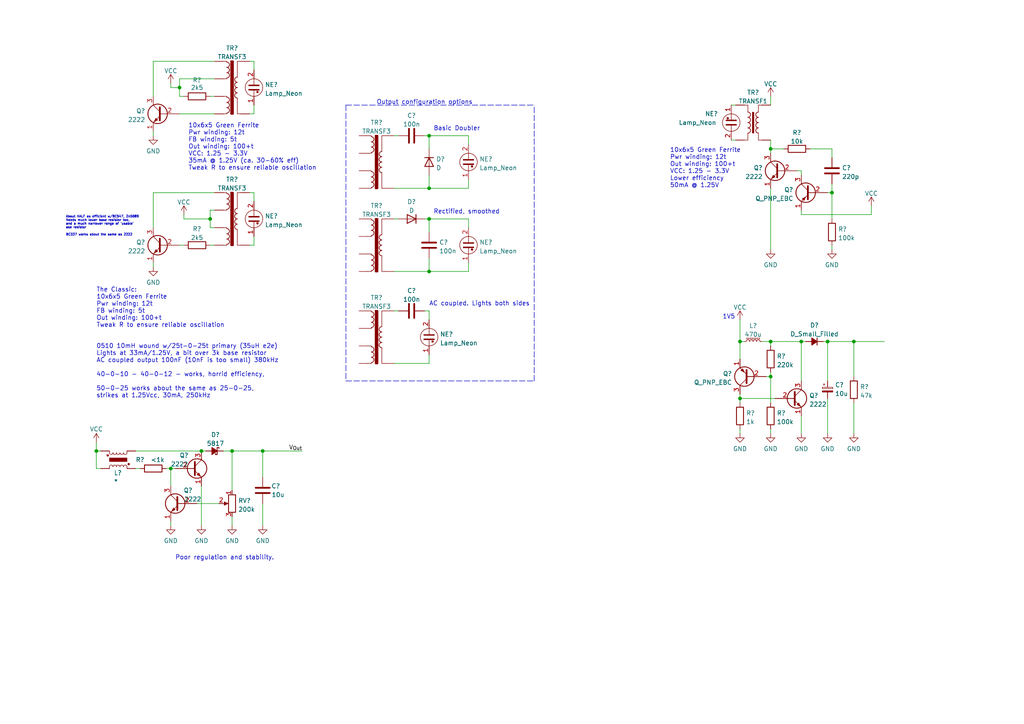
<source format=kicad_sch>
(kicad_sch (version 20211123) (generator eeschema)
  (paper "A4")
  (lib_symbols
    (symbol "Device:C" (pin_numbers hide) (pin_names (offset 0.254))
      (property "Reference" "C" (at 0.635 2.54 0))
      (property "Value" "C" (at 0.635 -2.54 0))
      (symbol "C_0_1"
        (polyline (pts (xy -2.032 -0.762) (xy 2.032 -0.762)) (stroke (width 0.508)))
        (polyline (pts (xy -2.032 0.762) (xy 2.032 0.762)) (stroke (width 0.508)))
      )
      (symbol "C_1_1"
        (pin passive line (at 0 3.81 270) (length 2.794) (name "~") (number "1"))
        (pin passive line (at 0 -3.81 90) (length 2.794) (name "~") (number "2"))
      )
    )
    (symbol "Device:C_Polarized_Small" (pin_numbers hide) (pin_names (offset 0.254) hide)
      (property "Reference" "C" (at 0.254 1.778 0))
      (property "Value" "C_Polarized_Small" (at 0.254 -2.032 0))
      (symbol "C_Polarized_Small_0_1"
        (rectangle (start -1.524 -0.3048) (end 1.524 -0.6858) (fill (type outline)))
        (rectangle (start -1.524 0.6858) (end 1.524 0.3048))
        (polyline (pts (xy -1.27 1.524) (xy -0.762 1.524)))
        (polyline (pts (xy -1.016 1.27) (xy -1.016 1.778)))
      )
      (symbol "C_Polarized_Small_1_1"
        (pin passive line (at 0 2.54 270) (length 1.8542) (name "~") (number "1"))
        (pin passive line (at 0 -2.54 90) (length 1.8542) (name "~") (number "2"))
      )
    )
    (symbol "Device:D" (pin_numbers hide) (pin_names (offset 1.016) hide)
      (property "Reference" "D" (at 0 2.54 0))
      (property "Value" "D" (at 0 -2.54 0))
      (symbol "D_0_1"
        (polyline (pts (xy -1.27 1.27) (xy -1.27 -1.27)) (stroke (width 0.254)))
        (polyline (pts (xy 1.27 0) (xy -1.27 0)))
        (polyline (pts (xy 1.27 1.27) (xy 1.27 -1.27) (xy -1.27 0) (xy 1.27 1.27)) (stroke (width 0.254)))
      )
      (symbol "D_1_1"
        (pin passive line (at -3.81 0 0) (length 2.54) (name "K") (number "1"))
        (pin passive line (at 3.81 0 180) (length 2.54) (name "A") (number "2"))
      )
    )
    (symbol "Device:D_Schottky_Small_Filled" (pin_numbers hide) (pin_names (offset 0.254) hide)
      (property "Reference" "D" (at -1.27 2.032 0))
      (property "Value" "D_Schottky_Small_Filled" (at -7.112 -2.032 0))
      (symbol "D_Schottky_Small_Filled_0_1"
        (polyline (pts (xy -0.762 0) (xy 0.762 0)))
        (polyline (pts (xy 0.762 -1.016) (xy -0.762 0) (xy 0.762 1.016) (xy 0.762 -1.016)) (stroke (width 0.254)) (fill (type outline)))
        (polyline (pts (xy -1.27 0.762) (xy -1.27 1.016) (xy -0.762 1.016) (xy -0.762 -1.016) (xy -0.254 -1.016) (xy -0.254 -0.762)) (stroke (width 0.254)))
      )
      (symbol "D_Schottky_Small_Filled_1_1"
        (pin passive line (at -2.54 0 0) (length 1.778) (name "K") (number "1"))
        (pin passive line (at 2.54 0 180) (length 1.778) (name "A") (number "2"))
      )
    )
    (symbol "Device:D_Small_Filled" (pin_numbers hide) (pin_names (offset 0.254) hide)
      (property "Reference" "D" (at -1.27 2.032 0))
      (property "Value" "D_Small_Filled" (at -3.81 -2.032 0))
      (symbol "D_Small_Filled_0_1"
        (polyline (pts (xy -0.762 -1.016) (xy -0.762 1.016)) (stroke (width 0.254)))
        (polyline (pts (xy -0.762 0) (xy 0.762 0)))
        (polyline (pts (xy 0.762 -1.016) (xy -0.762 0) (xy 0.762 1.016) (xy 0.762 -1.016)) (stroke (width 0.254)) (fill (type outline)))
      )
      (symbol "D_Small_Filled_1_1"
        (pin passive line (at -2.54 0 0) (length 1.778) (name "K") (number "1"))
        (pin passive line (at 2.54 0 180) (length 1.778) (name "A") (number "2"))
      )
    )
    (symbol "Device:L_Ferrite_Small" (pin_numbers hide) (pin_names (offset 0.254) hide)
      (property "Reference" "L" (at 1.27 1.016 0))
      (property "Value" "L_Ferrite_Small" (at 1.27 -1.27 0))
      (symbol "L_Ferrite_Small_0_1"
        (arc (start 0 -2.032) (mid 0.508 -1.524) (end 0 -1.016))
        (arc (start 0 -1.016) (mid 0.508 -0.508) (end 0 0))
        (polyline (pts (xy 0.762 -1.905) (xy 0.762 -1.651)))
        (polyline (pts (xy 0.762 -1.397) (xy 0.762 -1.143)))
        (polyline (pts (xy 0.762 -0.889) (xy 0.762 -0.635)))
        (polyline (pts (xy 0.762 -0.381) (xy 0.762 -0.127)))
        (polyline (pts (xy 0.762 0.127) (xy 0.762 0.381)))
        (polyline (pts (xy 0.762 0.635) (xy 0.762 0.889)))
        (polyline (pts (xy 0.762 1.143) (xy 0.762 1.397)))
        (polyline (pts (xy 0.762 1.651) (xy 0.762 1.905)))
        (polyline (pts (xy 1.016 -1.651) (xy 1.016 -1.905)))
        (polyline (pts (xy 1.016 -1.143) (xy 1.016 -1.397)))
        (polyline (pts (xy 1.016 -0.635) (xy 1.016 -0.889)))
        (polyline (pts (xy 1.016 -0.127) (xy 1.016 -0.381)))
        (polyline (pts (xy 1.016 0.381) (xy 1.016 0.127)))
        (polyline (pts (xy 1.016 0.889) (xy 1.016 0.635)))
        (polyline (pts (xy 1.016 1.397) (xy 1.016 1.143)))
        (polyline (pts (xy 1.016 1.905) (xy 1.016 1.651)))
        (arc (start 0 0) (mid 0.508 0.508) (end 0 1.016))
        (arc (start 0 1.016) (mid 0.508 1.524) (end 0 2.032))
      )
      (symbol "L_Ferrite_Small_1_1"
        (pin passive line (at 0 2.54 270) (length 0.508) (name "~") (number "1"))
        (pin passive line (at 0 -2.54 90) (length 0.508) (name "~") (number "2"))
      )
    )
    (symbol "Device:Lamp_Neon" (pin_names (offset 0.0254) hide)
      (property "Reference" "NE" (at 0.635 3.81 0))
      (property "Value" "Lamp_Neon" (at 0.635 -3.81 0))
      (symbol "Lamp_Neon_0_1"
        (rectangle (start -1.524 -0.508) (end 1.524 -0.762) (fill (type outline)))
        (rectangle (start -1.524 0.762) (end 1.524 0.508) (fill (type outline)))
        (polyline (pts (xy 0 -2.54) (xy 0 -0.762)))
        (polyline (pts (xy 0 0.762) (xy 0 2.54)))
        (circle (center 0 0) (radius 2.54))
        (circle (center 1.016 -1.27) (radius 0.254) (fill (type outline)))
      )
      (symbol "Lamp_Neon_1_1"
        (pin passive line (at 0 -5.08 90) (length 2.54) (name "~") (number "1"))
        (pin passive line (at 0 5.08 270) (length 2.54) (name "~") (number "2"))
      )
    )
    (symbol "Device:Q_NPN_EBC" (pin_names (offset 0) hide)
      (property "Reference" "Q" (at 5.08 1.27 0))
      (property "Value" "Q_NPN_EBC" (at 5.08 -1.27 0))
      (symbol "Q_NPN_EBC_0_1"
        (polyline (pts (xy 0.635 0.635) (xy 2.54 2.54)))
        (polyline (pts (xy 0.635 -0.635) (xy 2.54 -2.54) (xy 2.54 -2.54)))
        (polyline (pts (xy 0.635 1.905) (xy 0.635 -1.905) (xy 0.635 -1.905)) (stroke (width 0.508)))
        (polyline (pts (xy 1.27 -1.778) (xy 1.778 -1.27) (xy 2.286 -2.286) (xy 1.27 -1.778) (xy 1.27 -1.778)) (fill (type outline)))
        (circle (center 1.27 0) (radius 2.8194) (stroke (width 0.254)))
      )
      (symbol "Q_NPN_EBC_1_1"
        (pin passive line (at 2.54 -5.08 90) (length 2.54) (name "E") (number "1"))
        (pin passive line (at -5.08 0 0) (length 5.715) (name "B") (number "2"))
        (pin passive line (at 2.54 5.08 270) (length 2.54) (name "C") (number "3"))
      )
    )
    (symbol "Device:Q_PNP_EBC" (pin_names (offset 0) hide)
      (property "Reference" "Q" (at 5.08 1.27 0))
      (property "Value" "Q_PNP_EBC" (at 5.08 -1.27 0))
      (symbol "Q_PNP_EBC_0_1"
        (polyline (pts (xy 0.635 0.635) (xy 2.54 2.54)))
        (polyline (pts (xy 0.635 -0.635) (xy 2.54 -2.54) (xy 2.54 -2.54)))
        (polyline (pts (xy 0.635 1.905) (xy 0.635 -1.905) (xy 0.635 -1.905)) (stroke (width 0.508)))
        (polyline (pts (xy 2.286 -1.778) (xy 1.778 -2.286) (xy 1.27 -1.27) (xy 2.286 -1.778) (xy 2.286 -1.778)) (fill (type outline)))
        (circle (center 1.27 0) (radius 2.8194) (stroke (width 0.254)))
      )
      (symbol "Q_PNP_EBC_1_1"
        (pin passive line (at 2.54 -5.08 90) (length 2.54) (name "E") (number "1"))
        (pin input line (at -5.08 0 0) (length 5.715) (name "B") (number "2"))
        (pin passive line (at 2.54 5.08 270) (length 2.54) (name "C") (number "3"))
      )
    )
    (symbol "Device:R" (pin_numbers hide) (pin_names (offset 0))
      (property "Reference" "R" (at 2.032 0 90))
      (property "Value" "R" (at 0 0 90))
      (symbol "R_0_1"
        (rectangle (start -1.016 -2.54) (end 1.016 2.54) (stroke (width 0.254)))
      )
      (symbol "R_1_1"
        (pin passive line (at 0 3.81 270) (length 1.27) (name "~") (number "1"))
        (pin passive line (at 0 -3.81 90) (length 1.27) (name "~") (number "2"))
      )
    )
    (symbol "Device:R_Potentiometer" (pin_names (offset 1.016) hide)
      (property "Reference" "RV" (at -4.445 0 90))
      (property "Value" "R_Potentiometer" (at -2.54 0 90))
      (symbol "R_Potentiometer_0_1"
        (polyline (pts (xy 2.54 0) (xy 1.524 0)))
        (polyline (pts (xy 1.143 0) (xy 2.286 0.508) (xy 2.286 -0.508) (xy 1.143 0)) (fill (type outline)))
        (rectangle (start 1.016 2.54) (end -1.016 -2.54) (stroke (width 0.254)))
      )
      (symbol "R_Potentiometer_1_1"
        (pin passive line (at 0 3.81 270) (length 1.27) (name "1") (number "1"))
        (pin passive line (at 3.81 0 180) (length 1.27) (name "2") (number "2"))
        (pin passive line (at 0 -3.81 90) (length 1.27) (name "3") (number "3"))
      )
    )
    (symbol "JT Inductor:JT_Inductor"
      (property "Reference" "L" (at 0 -7.62 0))
      (property "Value" "JT_Inductor" (at 0 -5.08 0))
      (symbol "JT_Inductor_0_1"
        (circle (center -3.048 1.27) (radius 0.254) (fill (type outline)))
        (rectangle (start -2.54 0.508) (end 2.54 -0.508) (stroke (width 0.1524)) (fill (type outline)))
        (arc (start -2.54 2.032) (mid -2.032 1.524) (end -1.524 2.032))
        (arc (start -1.524 -2.032) (mid -2.032 -1.524) (end -2.54 -2.032))
        (arc (start -1.524 2.032) (mid -1.016 1.524) (end -0.508 2.032))
        (arc (start -0.508 -2.032) (mid -1.016 -1.524) (end -1.524 -2.032))
        (arc (start -0.508 2.032) (mid 0 1.524) (end 0.508 2.032))
        (polyline (pts (xy -2.54 -2.032) (xy -2.54 -2.54)))
        (polyline (pts (xy -2.54 2.032) (xy -2.54 2.54)))
        (polyline (pts (xy 2.54 -2.032) (xy 2.54 -2.54)))
        (polyline (pts (xy 2.54 2.54) (xy 2.54 2.032)))
        (arc (start 0.508 -2.032) (mid 0 -1.524) (end -0.508 -2.032))
        (arc (start 0.508 2.032) (mid 1.016 1.524) (end 1.524 2.032))
        (arc (start 1.524 -2.032) (mid 1.016 -1.524) (end 0.508 -2.032))
        (arc (start 1.524 2.032) (mid 2.032 1.524) (end 2.54 2.032))
        (arc (start 2.54 -2.032) (mid 2.032 -1.524) (end 1.524 -2.032))
        (circle (center 3.048 -1.27) (radius 0.254) (fill (type outline)))
      )
      (symbol "JT_Inductor_1_1"
        (pin passive line (at -5.08 -2.54 0) (length 2.54) (name "") (number ""))
        (pin passive line (at -5.08 2.54 0) (length 2.54) (name "") (number ""))
        (pin passive line (at 5.08 -2.54 180) (length 2.54) (name "") (number ""))
        (pin passive line (at 5.08 2.54 180) (length 2.54) (name "") (number ""))
      )
    )
    (symbol "Transformer:TRANSF1" (pin_numbers hide) (pin_names (offset 0))
      (property "Reference" "TR" (at 0 6.35 0))
      (property "Value" "TRANSF1" (at 0 -6.35 0))
      (symbol "TRANSF1_0_1"
        (arc (start -1.524 -3.048) (mid -0.762 -2.286) (end -1.524 -1.524) (stroke (width 0.2032)))
        (arc (start -1.524 -1.524) (mid -0.762 -0.762) (end -1.524 0) (stroke (width 0.2032)))
        (arc (start -1.524 0) (mid -0.762 0.762) (end -1.524 1.524) (stroke (width 0.2032)))
        (arc (start -1.524 1.524) (mid -0.762 2.286) (end -1.524 3.048) (stroke (width 0.2032)))
        (rectangle (start -0.254 3.048) (end 0.254 -3.048) (stroke (width 0.0254)) (fill (type outline)))
        (polyline (pts (xy -2.54 5.08) (xy -1.524 5.08) (xy -1.524 3.048) (xy -1.524 3.048)) (stroke (width 0.1524)))
        (polyline (pts (xy -1.524 -3.048) (xy -1.524 -5.08) (xy -2.54 -5.08) (xy -2.54 -5.08)) (stroke (width 0.1524)))
        (polyline (pts (xy 1.524 3.048) (xy 1.524 5.08) (xy 2.54 5.08) (xy 2.54 5.08)) (stroke (width 0.1524)))
        (polyline (pts (xy 2.54 -5.08) (xy 1.524 -5.08) (xy 1.524 -3.048) (xy 1.524 -3.048)) (stroke (width 0.1524)))
        (arc (start 1.524 -1.524) (mid 0.762 -2.286) (end 1.524 -3.048) (stroke (width 0.2032)))
        (arc (start 1.524 0) (mid 0.762 -0.762) (end 1.524 -1.524) (stroke (width 0.2032)))
        (arc (start 1.524 1.524) (mid 0.762 0.762) (end 1.524 0) (stroke (width 0.2032)))
        (arc (start 1.524 3.048) (mid 0.762 2.286) (end 1.524 1.524) (stroke (width 0.2032)))
      )
      (symbol "TRANSF1_1_1"
        (pin passive line (at -5.08 5.08 0) (length 2.54) (name "~") (number "1"))
        (pin passive line (at -5.08 -5.08 0) (length 2.54) (name "~") (number "2"))
        (pin passive line (at 5.08 -5.08 180) (length 2.54) (name "~") (number "3"))
        (pin passive line (at 5.08 5.08 180) (length 2.54) (name "~") (number "4"))
      )
    )
    (symbol "Transformer:TRANSF3" (pin_numbers hide) (pin_names (offset 0))
      (property "Reference" "TR" (at 0 8.89 0))
      (property "Value" "TRANSF3" (at 0 -8.89 0))
      (symbol "TRANSF3_0_1"
        (arc (start -1.524 -3.048) (mid -0.762 -2.286) (end -1.524 -1.524) (stroke (width 0.2032)))
        (arc (start -1.524 -1.524) (mid -0.762 -0.762) (end -1.524 0) (stroke (width 0.2032)))
        (arc (start -1.524 0) (mid -0.762 0.762) (end -1.524 1.524) (stroke (width 0.2032)))
        (arc (start -1.524 1.524) (mid -0.762 2.286) (end -1.524 3.048) (stroke (width 0.2032)))
        (rectangle (start -0.254 7.62) (end 0.254 -7.62) (stroke (width 0.508)) (fill (type outline)))
        (polyline (pts (xy -1.524 3.048) (xy -1.524 7.62) (xy -2.54 7.62)))
        (polyline (pts (xy 1.524 -7.366) (xy 1.524 -7.62) (xy 1.524 -7.62)) (fill (type outline)))
        (polyline (pts (xy 1.524 -2.54) (xy 1.524 -2.794) (xy 1.524 -2.794)) (fill (type outline)))
        (polyline (pts (xy 1.524 -2.54) (xy 2.54 -2.54) (xy 2.54 -2.54)))
        (polyline (pts (xy 1.524 2.54) (xy 1.524 2.794) (xy 1.524 2.794)) (fill (type outline)))
        (polyline (pts (xy 1.524 2.54) (xy 2.54 2.54) (xy 2.54 2.54)))
        (polyline (pts (xy 1.524 7.62) (xy 1.524 7.366) (xy 1.524 7.366)) (fill (type outline)))
        (polyline (pts (xy 1.524 7.62) (xy 2.54 7.62) (xy 2.54 7.62)))
        (polyline (pts (xy 2.54 -7.62) (xy 1.524 -7.62) (xy 1.524 -7.62)))
        (polyline (pts (xy -2.54 -7.62) (xy -1.524 -7.62) (xy -1.524 -3.048) (xy -1.524 -4.318)))
        (arc (start 1.524 -5.842) (mid 0.762 -6.604) (end 1.524 -7.366) (stroke (width 0.2032)))
        (arc (start 1.524 -4.318) (mid 0.762 -5.08) (end 1.524 -5.842) (stroke (width 0.2032)))
        (arc (start 1.524 -2.794) (mid 0.762 -3.556) (end 1.524 -4.318) (stroke (width 0.2032)))
        (arc (start 1.524 4.318) (mid 0.762 3.556) (end 1.524 2.794) (stroke (width 0.2032)))
        (arc (start 1.524 5.842) (mid 0.762 5.08) (end 1.524 4.318) (stroke (width 0.2032)))
        (arc (start 1.524 7.366) (mid 0.762 6.604) (end 1.524 5.842) (stroke (width 0.2032)))
      )
      (symbol "TRANSF3_1_1"
        (pin passive line (at -5.08 7.62 0) (length 2.54) (name "~") (number "1"))
        (pin passive line (at -5.08 -7.62 0) (length 2.54) (name "~") (number "2"))
        (pin passive line (at 5.08 7.62 180) (length 2.54) (name "~") (number "3"))
        (pin passive line (at 5.08 2.54 180) (length 2.54) (name "~") (number "4"))
        (pin passive line (at 5.08 -2.54 180) (length 2.54) (name "~") (number "5"))
        (pin passive line (at 5.08 -7.62 180) (length 2.54) (name "~") (number "6"))
      )
    )
    (symbol "power:GND" (power) (pin_names (offset 0))
      (property "Value" "GND" (at 0 -3.81 0))
      (symbol "GND_0_1"
        (polyline (pts (xy 0 0) (xy 0 -1.27) (xy 1.27 -1.27) (xy 0 -2.54) (xy -1.27 -1.27) (xy 0 -1.27)))
      )
      (symbol "GND_1_1"
        (pin power_in line (at 0 0 270) (length 0) hide (name "GND") (number "1"))
      )
    )
    (symbol "power:VCC" (power) (pin_names (offset 0))
      (property "Value" "VCC" (at 0 3.81 0))
      (symbol "VCC_0_1"
        (polyline (pts (xy -0.762 1.27) (xy 0 2.54)))
        (polyline (pts (xy 0 0) (xy 0 2.54)))
        (polyline (pts (xy 0 2.54) (xy 0.762 1.27)))
      )
      (symbol "VCC_1_1"
        (pin power_in line (at 0 0 90) (length 0) hide (name "VCC") (number "1"))
      )
    )
  )
  (junction (at 60.96 63.5))
  (junction (at 27.94 130.81))
  (junction (at 223.52 99.06))
  (junction (at 232.41 99.06))
  (junction (at 223.52 43.18))
  (junction (at 223.52 109.22))
  (junction (at 240.03 99.06))
  (junction (at 52.07 25.4))
  (junction (at 49.53 135.89))
  (junction (at 247.65 99.06))
  (junction (at 214.63 115.57))
  (junction (at 76.2 130.81))
  (junction (at 124.46 54.61))
  (junction (at 67.31 130.81))
  (junction (at 241.3 55.88))
  (junction (at 214.63 99.06))
  (junction (at 58.42 130.81))
  (junction (at 124.46 39.37))
  (junction (at 124.46 63.5))
  (junction (at 124.46 78.74))
  (wire (pts (xy 76.2 138.43) (xy 76.2 130.81)))
  (wire (pts (xy 135.89 54.61) (xy 124.46 54.61)))
  (wire (pts (xy 241.3 43.18) (xy 241.3 45.72)))
  (wire (pts (xy 49.53 152.4) (xy 49.53 151.13)))
  (wire (pts (xy 214.63 124.46) (xy 214.63 125.73)))
  (wire (pts (xy 49.53 135.89) (xy 50.8 135.89)))
  (wire (pts (xy 87.63 130.81) (xy 76.2 130.81)))
  (wire (pts (xy 223.52 124.46) (xy 223.52 125.73)))
  (wire (pts (xy 62.23 55.88) (xy 44.45 55.88)))
  (wire (pts (xy 64.77 130.81) (xy 67.31 130.81)))
  (wire (pts (xy 232.41 49.53) (xy 231.14 49.53)))
  (wire (pts (xy 124.46 74.93) (xy 124.46 78.74)))
  (wire (pts (xy 240.03 115.57) (xy 240.03 125.73)))
  (wire (pts (xy 67.31 130.81) (xy 67.31 142.24)))
  (wire (pts (xy 135.89 39.37) (xy 135.89 41.91)))
  (wire (pts (xy 124.46 63.5) (xy 135.89 63.5)))
  (wire (pts (xy 52.07 25.4) (xy 52.07 27.94)))
  (wire (pts (xy 241.3 55.88) (xy 241.3 63.5)))
  (wire (pts (xy 124.46 90.17) (xy 124.46 92.71)))
  (wire (pts (xy 124.46 39.37) (xy 135.89 39.37)))
  (wire (pts (xy 114.3 90.17) (xy 115.57 90.17)))
  (wire (pts (xy 44.45 39.37) (xy 44.45 38.1)))
  (wire (pts (xy 49.53 24.13) (xy 49.53 25.4)))
  (wire (pts (xy 232.41 99.06) (xy 233.68 99.06)))
  (wire (pts (xy 44.45 77.47) (xy 44.45 76.2)))
  (wire (pts (xy 241.3 55.88) (xy 241.3 53.34)))
  (wire (pts (xy 48.26 135.89) (xy 49.53 135.89)))
  (wire (pts (xy 73.66 71.12) (xy 73.66 68.58)))
  (wire (pts (xy 124.46 50.8) (xy 124.46 54.61)))
  (wire (pts (xy 214.63 92.71) (xy 214.63 99.06)))
  (wire (pts (xy 76.2 146.05) (xy 76.2 152.4)))
  (wire (pts (xy 60.96 63.5) (xy 60.96 60.96)))
  (polyline (pts (xy 154.94 110.49) (xy 154.94 30.48)))
  (wire (pts (xy 247.65 99.06) (xy 256.54 99.06)))
  (wire (pts (xy 52.07 22.86) (xy 52.07 25.4)))
  (wire (pts (xy 215.9 99.06) (xy 214.63 99.06)))
  (wire (pts (xy 53.34 71.12) (xy 52.07 71.12)))
  (wire (pts (xy 227.33 43.18) (xy 223.52 43.18)))
  (wire (pts (xy 247.65 125.73) (xy 247.65 116.84)))
  (wire (pts (xy 73.66 58.42) (xy 73.66 55.88)))
  (wire (pts (xy 49.53 25.4) (xy 52.07 25.4)))
  (wire (pts (xy 39.37 130.81) (xy 58.42 130.81)))
  (wire (pts (xy 59.69 130.81) (xy 58.42 130.81)))
  (wire (pts (xy 232.41 50.8) (xy 232.41 49.53)))
  (wire (pts (xy 124.46 102.87) (xy 124.46 105.41)))
  (wire (pts (xy 44.45 55.88) (xy 44.45 66.04)))
  (wire (pts (xy 62.23 66.04) (xy 60.96 66.04)))
  (wire (pts (xy 60.96 66.04) (xy 60.96 63.5)))
  (wire (pts (xy 73.66 55.88) (xy 72.39 55.88)))
  (wire (pts (xy 135.89 52.07) (xy 135.89 54.61)))
  (wire (pts (xy 53.34 62.23) (xy 53.34 63.5)))
  (wire (pts (xy 214.63 114.3) (xy 214.63 115.57)))
  (wire (pts (xy 62.23 33.02) (xy 52.07 33.02)))
  (wire (pts (xy 60.96 27.94) (xy 62.23 27.94)))
  (polyline (pts (xy 100.33 30.48) (xy 154.94 30.48)))
  (wire (pts (xy 135.89 63.5) (xy 135.89 66.04)))
  (wire (pts (xy 27.94 135.89) (xy 29.21 135.89)))
  (wire (pts (xy 238.76 99.06) (xy 240.03 99.06)))
  (wire (pts (xy 44.45 17.78) (xy 62.23 17.78)))
  (wire (pts (xy 135.89 76.2) (xy 135.89 78.74)))
  (wire (pts (xy 223.52 27.94) (xy 223.52 30.48)))
  (wire (pts (xy 232.41 120.65) (xy 232.41 125.73)))
  (wire (pts (xy 123.19 63.5) (xy 124.46 63.5)))
  (wire (pts (xy 135.89 78.74) (xy 124.46 78.74)))
  (wire (pts (xy 60.96 60.96) (xy 62.23 60.96)))
  (wire (pts (xy 214.63 115.57) (xy 224.79 115.57)))
  (wire (pts (xy 114.3 105.41) (xy 124.46 105.41)))
  (wire (pts (xy 73.66 30.48) (xy 73.66 33.02)))
  (wire (pts (xy 44.45 17.78) (xy 44.45 27.94)))
  (wire (pts (xy 220.98 99.06) (xy 223.52 99.06)))
  (wire (pts (xy 214.63 115.57) (xy 214.63 116.84)))
  (wire (pts (xy 223.52 99.06) (xy 223.52 100.33)))
  (wire (pts (xy 124.46 39.37) (xy 124.46 43.18)))
  (wire (pts (xy 234.95 43.18) (xy 241.3 43.18)))
  (wire (pts (xy 213.36 30.48) (xy 212.09 30.48)))
  (wire (pts (xy 53.34 63.5) (xy 60.96 63.5)))
  (wire (pts (xy 222.25 109.22) (xy 223.52 109.22)))
  (wire (pts (xy 124.46 63.5) (xy 124.46 67.31)))
  (wire (pts (xy 29.21 130.81) (xy 27.94 130.81)))
  (wire (pts (xy 240.03 110.49) (xy 240.03 99.06)))
  (wire (pts (xy 240.03 99.06) (xy 247.65 99.06)))
  (wire (pts (xy 72.39 17.78) (xy 73.66 17.78)))
  (wire (pts (xy 52.07 22.86) (xy 62.23 22.86)))
  (wire (pts (xy 223.52 40.64) (xy 223.52 43.18)))
  (wire (pts (xy 52.07 27.94) (xy 53.34 27.94)))
  (wire (pts (xy 67.31 130.81) (xy 76.2 130.81)))
  (wire (pts (xy 49.53 140.97) (xy 49.53 135.89)))
  (wire (pts (xy 67.31 152.4) (xy 67.31 149.86)))
  (wire (pts (xy 27.94 130.81) (xy 27.94 135.89)))
  (wire (pts (xy 223.52 99.06) (xy 232.41 99.06)))
  (wire (pts (xy 27.94 128.27) (xy 27.94 130.81)))
  (wire (pts (xy 252.73 59.69) (xy 252.73 62.23)))
  (wire (pts (xy 223.52 107.95) (xy 223.52 109.22)))
  (wire (pts (xy 124.46 78.74) (xy 114.3 78.74)))
  (wire (pts (xy 58.42 152.4) (xy 58.42 140.97)))
  (wire (pts (xy 123.19 39.37) (xy 124.46 39.37)))
  (wire (pts (xy 60.96 71.12) (xy 62.23 71.12)))
  (wire (pts (xy 114.3 39.37) (xy 115.57 39.37)))
  (wire (pts (xy 247.65 99.06) (xy 247.65 109.22)))
  (wire (pts (xy 232.41 62.23) (xy 252.73 62.23)))
  (polyline (pts (xy 100.33 30.48) (xy 100.33 110.49)))
  (wire (pts (xy 213.36 40.64) (xy 212.09 40.64)))
  (polyline (pts (xy 100.33 110.49) (xy 154.94 110.49)))
  (wire (pts (xy 39.37 135.89) (xy 40.64 135.89)))
  (wire (pts (xy 57.15 146.05) (xy 63.5 146.05)))
  (wire (pts (xy 73.66 17.78) (xy 73.66 20.32)))
  (wire (pts (xy 73.66 33.02) (xy 72.39 33.02)))
  (wire (pts (xy 72.39 71.12) (xy 73.66 71.12)))
  (wire (pts (xy 223.52 109.22) (xy 223.52 116.84)))
  (wire (pts (xy 223.52 54.61) (xy 223.52 72.39)))
  (wire (pts (xy 223.52 43.18) (xy 223.52 44.45)))
  (wire (pts (xy 114.3 63.5) (xy 115.57 63.5)))
  (wire (pts (xy 214.63 99.06) (xy 214.63 104.14)))
  (wire (pts (xy 240.03 55.88) (xy 241.3 55.88)))
  (wire (pts (xy 232.41 60.96) (xy 232.41 62.23)))
  (wire (pts (xy 123.19 90.17) (xy 124.46 90.17)))
  (wire (pts (xy 124.46 54.61) (xy 114.3 54.61)))
  (wire (pts (xy 241.3 72.39) (xy 241.3 71.12)))
  (wire (pts (xy 232.41 110.49) (xy 232.41 99.06)))
  (text "1V5" (at 209.55 92.71 0) (effects (font (size 1.27 1.27)) (justify left bottom)))
  (text "Output configuration options" (at 109.22 30.48 0) (effects (font (size 1.27 1.27)) (justify left bottom)))
  (text "Basic Doubler" (at 125.73 38.1 0) (effects (font (size 1.27 1.27)) (justify left bottom)))
  (text "10x6x5 Green Ferrite\nPwr winding: 12t\nOut winding: 100+t\nVCC: 1.25 - 3.3V\nLower efficiency\n50mA @ 1.25V" (at 194.31 54.61 0) (effects (font (size 1.27 1.27)) (justify left bottom)))
  (text "AC coupled. Lights both sides" (at 124.46 88.9 0) (effects (font (size 1.27 1.27)) (justify left bottom)))
  (text "The Classic:\n10x6x5 Green Ferrite\nPwr winding: 12t\nFB winding: 5t\nOut winding: 100+t\nTweak R to ensure reliable oscillation\n\n\n0510 10mH wound w/25t-0-25t primary (35uH e2e)\nLights at 33mA/1.25V, a bit over 3k base resistor\nAC coupled output 100nF (10nF is too small) 380kHz\n\n40-0-10 - 40-0-12 - works, horrid efficiency,\n\n50-0-25 works about the same as 25-0-25,\nstrikes at 1.25Vcc, 30mA, 250kHz" (at 27.94 115.57 0) (effects (font (size 1.27 1.27)) (justify left bottom)))
  (text "About HALF as efficient w/BC547, 2n5089\nNeeds much lower base resistor too, \nand a much narrower range of 'usable' \nase resistor\n\nBC337 works about the same as 2222" (at 19.05 68.58 0) (effects (font (size 0.65 0.65)) (justify left bottom)))
  (text "Rectified, smoothed" (at 125.73 62.23 0) (effects (font (size 1.27 1.27)) (justify left bottom)))
  (text "10x6x5 Green Ferrite\nPwr winding: 12t\nFB winding: 5t\nOut winding: 100+t\nVCC: 1.25 - 3.3V\n35mA @ 1.25V (ca. 30-60% eff)\nTweak R to ensure reliable oscillation" (at 54.61 49.53 0) (effects (font (size 1.27 1.27)) (justify left bottom)))
  (text "Poor regulation and stability." (at 50.8 162.56 0) (effects (font (size 1.27 1.27)) (justify left bottom)))
  (label "V_{Out}" (at 87.63 130.81 180))
  (symbol (lib_id "JT Inductor:JT_Inductor") (at 34.29 133.35 180) (unit 1)
    (property "Reference" "L?" (at 33.02 137.16 0) (effects (justify right)))
    (property "Value" "*" (at 33.02 139.7 0) (effects (justify right)))
  )
  (symbol (lib_id "power:GND") (at 241.3 72.39 0) (unit 1)
    (property "Reference" "#PWR?" (effects hide))
    (property "Value" "GND" (at 241.3 76.8334 0))
  )
  (symbol (lib_id "power:VCC") (at 49.53 24.13 0) (unit 1)
    (property "Reference" "#PWR?" (effects hide))
    (property "Value" "VCC" (at 49.53 20.5542 0))
  )
  (symbol (lib_id "Device:R") (at 241.3 67.31 0) (unit 1)
    (property "Reference" "R?" (at 243.078 66.4753 0) (effects (justify left)))
    (property "Value" "100k" (at 243.078 69.0122 0) (effects (justify left)))
  )
  (symbol (lib_id "Device:R") (at 231.14 43.18 90) (unit 1)
    (property "Reference" "R?" (at 231.14 38.4642 90))
    (property "Value" "10k" (at 231.14 41.0011 90))
  )
  (symbol (lib_id "power:GND") (at 44.45 77.47 0) (unit 1)
    (property "Reference" "#PWR?" (effects hide))
    (property "Value" "GND" (at 44.45 81.9134 0))
  )
  (symbol (lib_id "Device:Q_NPN_EBC") (at 46.99 33.02 0) (mirror y) (unit 1)
    (property "Reference" "Q?" (at 42.1387 32.1853 0) (effects (justify left)))
    (property "Value" "2222" (at 42.1387 34.7222 0) (effects (justify left)))
  )
  (symbol (lib_id "Transformer:TRANSF3") (at 109.22 46.99 0) (mirror y) (unit 1)
    (property "Reference" "TR?" (at 109.22 35.5432 0))
    (property "Value" "TRANSF3" (at 109.22 38.0801 0))
  )
  (symbol (lib_id "power:GND") (at 240.03 125.73 0) (unit 1)
    (property "Reference" "#PWR?" (effects hide))
    (property "Value" "GND" (at 240.03 130.1734 0))
  )
  (symbol (lib_id "Device:R") (at 57.15 27.94 90) (unit 1)
    (property "Reference" "R?" (at 57.15 23.2242 90))
    (property "Value" "2k5" (at 57.15 25.4 90))
  )
  (symbol (lib_id "Device:Lamp_Neon") (at 212.09 35.56 180) (unit 1)
    (property "Reference" "NE?" (at 204.47 33.02 0) (effects (justify right)))
    (property "Value" "Lamp_Neon" (at 196.85 35.56 0) (effects (justify right)))
  )
  (symbol (lib_id "Device:D") (at 124.46 46.99 270) (unit 1)
    (property "Reference" "D?" (at 126.492 46.1553 90) (effects (justify left)))
    (property "Value" "D" (at 126.492 48.6922 90) (effects (justify left)))
  )
  (symbol (lib_id "Device:Q_NPN_EBC") (at 46.99 71.12 0) (mirror y) (unit 1)
    (property "Reference" "Q?" (at 42.1387 70.2853 0) (effects (justify left)))
    (property "Value" "2222" (at 42.1387 72.8222 0) (effects (justify left)))
  )
  (symbol (lib_id "power:VCC") (at 252.73 59.69 0) (unit 1)
    (property "Reference" "#PWR?" (effects hide))
    (property "Value" "VCC" (at 252.73 56.1142 0))
  )
  (symbol (lib_id "Device:Lamp_Neon") (at 73.66 25.4 0) (unit 1)
    (property "Reference" "NE?" (at 76.835 24.5653 0) (effects (justify left)))
    (property "Value" "Lamp_Neon" (at 76.835 27.1022 0) (effects (justify left)))
  )
  (symbol (lib_id "Device:C_Polarized_Small") (at 240.03 113.03 0) (unit 1)
    (property "Reference" "C?" (at 242.189 111.6492 0) (effects (justify left)))
    (property "Value" "10u" (at 242.189 114.1861 0) (effects (justify left)))
  )
  (symbol (lib_id "Device:Q_NPN_EBC") (at 52.07 146.05 0) (mirror y) (unit 1)
    (property "Reference" "Q?" (at 55.88 142.24 0) (effects (justify left)))
    (property "Value" "2222" (at 58.42 144.78 0) (effects (justify left)))
  )
  (symbol (lib_id "power:GND") (at 58.42 152.4 0) (mirror y) (unit 1)
    (property "Reference" "#PWR?" (effects hide))
    (property "Value" "GND" (at 58.42 156.8434 0))
  )
  (symbol (lib_id "power:GND") (at 223.52 125.73 0) (unit 1)
    (property "Reference" "#PWR?" (effects hide))
    (property "Value" "GND" (at 223.52 130.1734 0))
  )
  (symbol (lib_id "power:GND") (at 76.2 152.4 0) (mirror y) (unit 1)
    (property "Reference" "#PWR?" (effects hide))
    (property "Value" "GND" (at 76.2 156.8434 0))
  )
  (symbol (lib_id "Device:R_Potentiometer") (at 67.31 146.05 0) (mirror y) (unit 1)
    (property "Reference" "RV?" (at 69.0879 145.2153 0) (effects (justify right)))
    (property "Value" "200k" (at 69.0879 147.7522 0) (effects (justify right)))
  )
  (symbol (lib_id "Transformer:TRANSF3") (at 67.31 25.4 0) (mirror y) (unit 1)
    (property "Reference" "TR?" (at 67.31 13.9532 0))
    (property "Value" "TRANSF3" (at 67.31 16.4901 0))
  )
  (symbol (lib_id "Device:Lamp_Neon") (at 135.89 46.99 0) (unit 1)
    (property "Reference" "NE?" (at 139.065 46.1553 0) (effects (justify left)))
    (property "Value" "Lamp_Neon" (at 139.065 48.6922 0) (effects (justify left)))
  )
  (symbol (lib_id "Device:D") (at 119.38 63.5 180) (unit 1)
    (property "Reference" "D?" (at 119.38 58.5302 0))
    (property "Value" "D" (at 119.38 61.0671 0))
  )
  (symbol (lib_id "power:GND") (at 67.31 152.4 0) (mirror y) (unit 1)
    (property "Reference" "#PWR?" (effects hide))
    (property "Value" "GND" (at 67.31 156.8434 0))
  )
  (symbol (lib_id "power:GND") (at 247.65 125.73 0) (unit 1)
    (property "Reference" "#PWR?" (effects hide))
    (property "Value" "GND" (at 247.65 130.1734 0))
  )
  (symbol (lib_id "Device:C") (at 119.38 39.37 90) (unit 1)
    (property "Reference" "C?" (at 119.38 33.5112 90))
    (property "Value" "100n" (at 119.38 36.0481 90))
  )
  (symbol (lib_id "Device:Q_NPN_EBC") (at 226.06 49.53 0) (mirror y) (unit 1)
    (property "Reference" "Q?" (at 221.2087 48.6953 0) (effects (justify left)))
    (property "Value" "2222" (at 221.2087 51.2322 0) (effects (justify left)))
  )
  (symbol (lib_id "power:VCC") (at 214.63 92.71 0) (unit 1)
    (property "Reference" "#PWR?" (effects hide))
    (property "Value" "VCC" (at 214.63 89.1342 0))
  )
  (symbol (lib_id "Device:Q_NPN_EBC") (at 55.88 135.89 0) (unit 1)
    (property "Reference" "Q?" (at 52.07 132.08 0) (effects (justify left)))
    (property "Value" "2222" (at 49.53 134.62 0) (effects (justify left)))
  )
  (symbol (lib_id "power:GND") (at 223.52 72.39 0) (unit 1)
    (property "Reference" "#PWR?" (effects hide))
    (property "Value" "GND" (at 223.52 76.8334 0))
  )
  (symbol (lib_id "Transformer:TRANSF3") (at 109.22 97.79 0) (mirror y) (unit 1)
    (property "Reference" "TR?" (at 109.22 86.3432 0))
    (property "Value" "TRANSF3" (at 109.22 88.8801 0))
  )
  (symbol (lib_id "power:GND") (at 49.53 152.4 0) (mirror y) (unit 1)
    (property "Reference" "#PWR?" (effects hide))
    (property "Value" "GND" (at 49.53 156.8434 0))
  )
  (symbol (lib_id "power:GND") (at 232.41 125.73 0) (unit 1)
    (property "Reference" "#PWR?" (effects hide))
    (property "Value" "GND" (at 232.41 130.1734 0))
  )
  (symbol (lib_id "Device:Q_PNP_EBC") (at 217.17 109.22 180) (unit 1)
    (property "Reference" "Q?" (at 212.3186 108.3853 0) (effects (justify left)))
    (property "Value" "Q_PNP_EBC" (at 212.3186 110.9222 0) (effects (justify left)))
  )
  (symbol (lib_id "Device:Lamp_Neon") (at 124.46 97.79 0) (unit 1)
    (property "Reference" "NE?" (at 127.635 96.9553 0) (effects (justify left)))
    (property "Value" "Lamp_Neon" (at 127.635 99.4922 0) (effects (justify left)))
  )
  (symbol (lib_id "Transformer:TRANSF3") (at 109.22 71.12 0) (mirror y) (unit 1)
    (property "Reference" "TR?" (at 109.22 59.6732 0))
    (property "Value" "TRANSF3" (at 109.22 62.2101 0))
  )
  (symbol (lib_id "Device:R") (at 44.45 135.89 270) (mirror x) (unit 1)
    (property "Reference" "R?" (at 40.64 133.35 90))
    (property "Value" "<1k" (at 45.72 133.35 90))
  )
  (symbol (lib_id "Device:Lamp_Neon") (at 73.66 63.5 0) (unit 1)
    (property "Reference" "NE?" (at 76.835 62.6653 0) (effects (justify left)))
    (property "Value" "Lamp_Neon" (at 76.835 65.2022 0) (effects (justify left)))
  )
  (symbol (lib_id "Device:Q_PNP_EBC") (at 234.95 55.88 0) (mirror y) (unit 1)
    (property "Reference" "Q?" (at 230.0986 55.0453 0) (effects (justify left)))
    (property "Value" "Q_PNP_EBC" (at 230.0986 57.5822 0) (effects (justify left)))
  )
  (symbol (lib_id "power:VCC") (at 27.94 128.27 0) (mirror y) (unit 1)
    (property "Reference" "#PWR?" (effects hide))
    (property "Value" "VCC" (at 27.94 124.46 0))
  )
  (symbol (lib_id "Device:R") (at 247.65 113.03 0) (unit 1)
    (property "Reference" "R?" (at 249.428 112.1953 0) (effects (justify left)))
    (property "Value" "47k" (at 249.428 114.7322 0) (effects (justify left)))
  )
  (symbol (lib_id "power:VCC") (at 53.34 62.23 0) (unit 1)
    (property "Reference" "#PWR?" (effects hide))
    (property "Value" "VCC" (at 53.34 58.6542 0))
  )
  (symbol (lib_id "Device:L_Ferrite_Small") (at 218.44 99.06 90) (unit 1)
    (property "Reference" "L?" (at 218.44 94.4712 90))
    (property "Value" "470u" (at 218.44 97.0081 90))
  )
  (symbol (lib_id "Device:R") (at 223.52 120.65 0) (unit 1)
    (property "Reference" "R?" (at 225.298 119.8153 0) (effects (justify left)))
    (property "Value" "100k" (at 225.298 122.3522 0) (effects (justify left)))
  )
  (symbol (lib_id "power:GND") (at 44.45 39.37 0) (unit 1)
    (property "Reference" "#PWR?" (effects hide))
    (property "Value" "GND" (at 44.45 43.8134 0))
  )
  (symbol (lib_id "Device:R") (at 223.52 104.14 0) (unit 1)
    (property "Reference" "R?" (at 225.298 103.3053 0) (effects (justify left)))
    (property "Value" "220k" (at 225.298 105.8422 0) (effects (justify left)))
  )
  (symbol (lib_id "Device:C") (at 241.3 49.53 0) (unit 1)
    (property "Reference" "C?" (at 244.221 48.6953 0) (effects (justify left)))
    (property "Value" "220p" (at 244.221 51.2322 0) (effects (justify left)))
  )
  (symbol (lib_id "Device:C") (at 76.2 142.24 0) (mirror x) (unit 1)
    (property "Reference" "C?" (at 81.28 140.97 0) (effects (justify right)))
    (property "Value" "10u" (at 82.55 143.51 0) (effects (justify right)))
  )
  (symbol (lib_id "power:VCC") (at 223.52 27.94 0) (unit 1)
    (property "Reference" "#PWR?" (effects hide))
    (property "Value" "VCC" (at 223.52 24.3642 0))
  )
  (symbol (lib_id "Device:Q_NPN_EBC") (at 229.87 115.57 0) (unit 1)
    (property "Reference" "Q?" (at 234.7214 114.7353 0) (effects (justify left)))
    (property "Value" "2222" (at 234.7214 117.2722 0) (effects (justify left)))
  )
  (symbol (lib_id "Device:Lamp_Neon") (at 135.89 71.12 0) (unit 1)
    (property "Reference" "NE?" (at 139.065 70.2853 0) (effects (justify left)))
    (property "Value" "Lamp_Neon" (at 139.065 72.8222 0) (effects (justify left)))
  )
  (symbol (lib_id "Device:C") (at 119.38 90.17 90) (unit 1)
    (property "Reference" "C?" (at 119.38 84.3112 90))
    (property "Value" "100n" (at 119.38 86.8481 90))
  )
  (symbol (lib_id "Device:R") (at 57.15 71.12 90) (unit 1)
    (property "Reference" "R?" (at 57.15 66.4042 90))
    (property "Value" "2k5" (at 57.15 68.9411 90))
  )
  (symbol (lib_id "power:GND") (at 214.63 125.73 0) (unit 1)
    (property "Reference" "#PWR?" (effects hide))
    (property "Value" "GND" (at 214.63 130.1734 0))
  )
  (symbol (lib_id "Transformer:TRANSF1") (at 218.44 35.56 0) (unit 1)
    (property "Reference" "TR?" (at 218.44 26.831 0))
    (property "Value" "TRANSF1" (at 218.44 29.3679 0))
  )
  (symbol (lib_id "Transformer:TRANSF3") (at 67.31 63.5 0) (mirror y) (unit 1)
    (property "Reference" "TR?" (at 67.31 52.0532 0))
    (property "Value" "TRANSF3" (at 67.31 54.5901 0))
  )
  (symbol (lib_id "Device:C") (at 124.46 71.12 0) (unit 1)
    (property "Reference" "C?" (at 127.381 70.2853 0) (effects (justify left)))
    (property "Value" "100n" (at 127.381 72.8222 0) (effects (justify left)))
  )
  (symbol (lib_id "Device:D_Schottky_Small_Filled") (at 62.23 130.81 0) (mirror y) (unit 1)
    (property "Reference" "D?" (at 62.484 126.0942 0))
    (property "Value" "5817" (at 62.484 128.6311 0))
  )
  (symbol (lib_id "Device:D_Small_Filled") (at 236.22 99.06 180) (unit 1)
    (property "Reference" "D?" (at 236.22 94.3442 0))
    (property "Value" "D_Small_Filled" (at 236.22 96.8811 0))
  )
  (symbol (lib_id "Device:R") (at 214.63 120.65 0) (unit 1)
    (property "Reference" "R?" (at 216.408 119.8153 0) (effects (justify left)))
    (property "Value" "1k" (at 216.408 122.3522 0) (effects (justify left)))
  )
)
</source>
